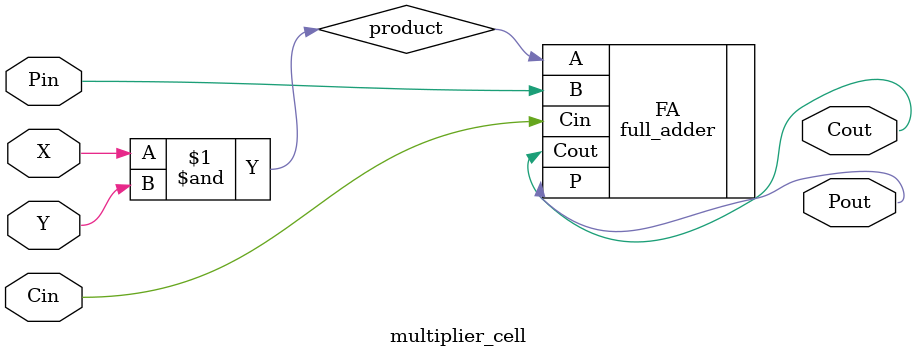
<source format=v>
module multiplier_cell (
    input wire X, Y, Pin, Cin,
    output wire Pout, Cout
);
    
    wire product;
    and(product, X, Y);
    

    full_adder FA (
        .A(product),
        .B(Pin),
        .Cin(Cin),
        .P(Pout),
        .Cout(Cout)
    );



endmodule
</source>
